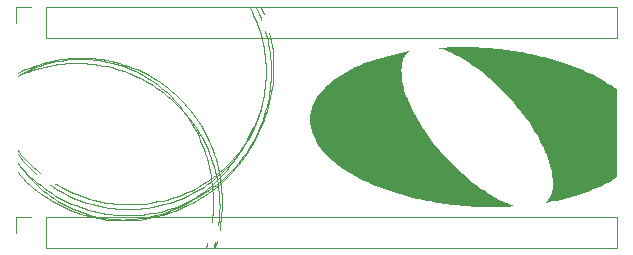
<source format=gbr>
%TF.GenerationSoftware,KiCad,Pcbnew,8.0.4-8.0.4-0~ubuntu24.04.1*%
%TF.CreationDate,2024-07-31T18:59:25-04:00*%
%TF.ProjectId,iceblink,69636562-6c69-46e6-9b2e-6b696361645f,rev?*%
%TF.SameCoordinates,Original*%
%TF.FileFunction,Legend,Bot*%
%TF.FilePolarity,Positive*%
%FSLAX46Y46*%
G04 Gerber Fmt 4.6, Leading zero omitted, Abs format (unit mm)*
G04 Created by KiCad (PCBNEW 8.0.4-8.0.4-0~ubuntu24.04.1) date 2024-07-31 18:59:25*
%MOMM*%
%LPD*%
G01*
G04 APERTURE LIST*
%ADD10C,0.120000*%
%ADD11C,0.116712*%
%ADD12C,0.000000*%
%ADD13C,0.650000*%
%ADD14O,2.100000X1.050000*%
%ADD15O,2.000000X1.000000*%
%ADD16R,1.700000X1.700000*%
%ADD17O,1.700000X1.700000*%
G04 APERTURE END LIST*
D10*
%TO.C,J2*%
X126940000Y-119320000D02*
X126940000Y-120650000D01*
X128270000Y-119320000D02*
X126940000Y-119320000D01*
X129540000Y-119320000D02*
X129540000Y-121980000D01*
X129540000Y-119320000D02*
X177860000Y-119320000D01*
X129540000Y-121980000D02*
X177860000Y-121980000D01*
X177860000Y-119320000D02*
X177860000Y-121980000D01*
%TO.C,J3*%
X126940000Y-101540000D02*
X126940000Y-102870000D01*
X128270000Y-101540000D02*
X126940000Y-101540000D01*
X129540000Y-101540000D02*
X129540000Y-104200000D01*
X129540000Y-101540000D02*
X177860000Y-101540000D01*
X129540000Y-104200000D02*
X177860000Y-104200000D01*
X177860000Y-101540000D02*
X177860000Y-104200000D01*
D11*
%TO.C,svg2mod*%
X127092015Y-107396780D02*
X127227093Y-107334724D01*
X127092142Y-107124468D02*
X127383654Y-106986137D01*
X127092240Y-107368043D02*
X127247876Y-107281375D01*
X127108405Y-114001912D02*
X127091909Y-113979224D01*
X127119651Y-114818230D02*
X127092293Y-114784156D01*
X127191612Y-113810950D02*
X127092151Y-113682444D01*
X127227093Y-107334724D02*
X127578373Y-107186546D01*
X127240108Y-114945503D02*
X127092025Y-114732946D01*
X127247876Y-107281375D02*
X127580050Y-107110114D01*
X127303507Y-115787938D02*
X127092020Y-115548371D01*
X127333152Y-114291457D02*
X127108405Y-114001912D01*
X127367689Y-115108007D02*
X127119651Y-114818230D01*
X127383654Y-106986137D02*
X127743809Y-106828781D01*
X127421503Y-114089479D02*
X127191612Y-113810950D01*
X127464432Y-115246639D02*
X127240108Y-114945503D01*
X127566881Y-114573814D02*
X127333152Y-114291457D01*
X127567748Y-116068389D02*
X127303507Y-115787938D01*
X127578373Y-107186546D02*
X127934084Y-107049525D01*
X127580050Y-107110114D02*
X127916656Y-106950083D01*
X127624680Y-115389792D02*
X127367689Y-115108007D01*
X127660289Y-114361016D02*
X127421503Y-114089479D01*
X127697608Y-115539643D02*
X127464432Y-115246639D01*
X127743809Y-106828781D02*
X128108228Y-106682935D01*
X127809365Y-114848704D02*
X127566881Y-114573814D01*
X127840739Y-116339897D02*
X127567748Y-116068389D01*
X127890360Y-115663304D02*
X127624680Y-115389792D01*
X127907734Y-114625296D02*
X127660289Y-114361016D01*
X127916656Y-106950083D02*
X128257361Y-106801441D01*
X127934084Y-107049525D02*
X128293879Y-106923797D01*
X127939407Y-115824227D02*
X127697608Y-115539643D01*
X128060358Y-115115858D02*
X127809365Y-114848704D01*
X128108228Y-106682935D02*
X128476563Y-106548742D01*
X128122212Y-116602194D02*
X127840739Y-116339897D01*
X128163594Y-114882059D02*
X127907734Y-114625296D01*
X128164473Y-115928273D02*
X127890360Y-115663304D01*
X128189590Y-116100110D02*
X127939407Y-115824227D01*
X128257361Y-106801441D02*
X128601831Y-106664338D01*
X128293879Y-106923797D02*
X128657403Y-106809484D01*
X128319614Y-115375008D02*
X128060358Y-115115858D01*
X128411889Y-116855026D02*
X128122212Y-116602194D01*
X128427616Y-115131048D02*
X128163594Y-114882059D01*
X128446752Y-116184440D02*
X128164473Y-115928273D01*
X128447911Y-116367020D02*
X128189590Y-116100110D01*
X128476563Y-106548742D02*
X128848442Y-106426333D01*
X128586881Y-115625898D02*
X128319614Y-115375008D01*
X128601831Y-106664338D02*
X128949724Y-106538903D01*
X128657403Y-106809484D02*
X129024294Y-106706697D01*
X128699541Y-115372024D02*
X128427616Y-115131048D01*
X128709480Y-117098135D02*
X128411889Y-116855026D01*
X128714114Y-116624692D02*
X128447911Y-116367020D01*
X128736909Y-116431549D02*
X128446752Y-116184440D01*
X128848442Y-106426333D02*
X129223502Y-106315833D01*
X128861892Y-115868286D02*
X128586881Y-115625898D01*
X128949724Y-106538903D02*
X129300697Y-106425264D01*
X128979097Y-115604742D02*
X128699541Y-115372024D01*
X128987934Y-116872873D02*
X128714114Y-116624692D01*
X129014698Y-117331286D02*
X128709480Y-117098135D01*
X129024294Y-106706697D02*
X129394192Y-106615542D01*
X129034663Y-116669358D02*
X128736909Y-116431549D01*
X129144376Y-116101926D02*
X128861892Y-115868286D01*
X129223502Y-106315833D02*
X129601369Y-106217348D01*
X129266014Y-115828977D02*
X128979097Y-115604742D01*
X129269101Y-117111316D02*
X128987934Y-116872873D01*
X129300697Y-106425264D02*
X129654404Y-106323533D01*
X129327237Y-117554251D02*
X129014698Y-117331286D01*
X129339724Y-116897630D02*
X129034663Y-116669358D01*
X129394192Y-106615542D02*
X129766734Y-106536105D01*
X129434056Y-116326594D02*
X129144376Y-116101926D01*
X129557344Y-117339791D02*
X129269101Y-117111316D01*
X129560003Y-116044506D02*
X129266014Y-115828977D01*
X129601369Y-106217348D02*
X129981676Y-106130974D01*
X129646789Y-117766806D02*
X129327237Y-117554251D01*
X129651784Y-117116143D02*
X129339724Y-116897630D01*
X129654404Y-106323533D02*
X130010495Y-106233811D01*
X129730643Y-116542062D02*
X129434056Y-116326594D01*
X129766734Y-106536105D02*
X130141546Y-106468465D01*
X129852371Y-117558069D02*
X129557344Y-117339791D01*
X129860778Y-116251115D02*
X129560003Y-116044506D01*
X129970536Y-117324680D02*
X129651784Y-117116143D01*
X129973042Y-117968745D02*
X129646789Y-117766806D01*
X129981676Y-106130974D02*
X130364043Y-106056797D01*
X130010495Y-106233811D02*
X130368619Y-106156183D01*
X130033848Y-116748122D02*
X129730643Y-116542062D01*
X130141546Y-106468465D02*
X130518265Y-106412690D01*
X130153896Y-117765932D02*
X129852371Y-117558069D01*
X130168038Y-116448601D02*
X129860778Y-116251115D01*
X130295670Y-117523035D02*
X129970536Y-117324680D01*
X130305669Y-118159865D02*
X129973042Y-117968745D01*
X130343365Y-116944568D02*
X130033848Y-116748122D01*
X130364043Y-106056797D02*
X130748097Y-105994893D01*
X130368619Y-106156183D02*
X130728425Y-106090730D01*
X130461618Y-117963181D02*
X130153896Y-117765932D01*
X130481485Y-116636769D02*
X130168038Y-116448601D01*
X130518265Y-106412690D02*
X130896515Y-106368834D01*
X130626861Y-117711012D02*
X130295670Y-117523035D01*
X130644346Y-118339976D02*
X130305669Y-118159865D01*
X130658898Y-117131210D02*
X130343365Y-116944568D01*
X130728425Y-106090730D02*
X131089554Y-106037511D01*
X130748097Y-105994893D02*
X131133455Y-105945320D01*
X130775234Y-118149617D02*
X130461618Y-117963181D01*
X130800804Y-116815437D02*
X130481485Y-116636769D01*
X130896515Y-106368834D02*
X131275924Y-106336944D01*
X130963784Y-117888428D02*
X130626861Y-117711012D01*
X130980129Y-117307860D02*
X130658898Y-117131210D01*
X130988740Y-118508905D02*
X130644346Y-118339976D01*
X131089554Y-106037511D02*
X131451653Y-105996585D01*
X131094437Y-118325055D02*
X130775234Y-118149617D01*
X131125684Y-116984424D02*
X130800804Y-116815437D01*
X131133455Y-105945320D02*
X131519738Y-105908128D01*
X131275924Y-106336944D02*
X131656118Y-106317035D01*
X131306105Y-118055102D02*
X130963784Y-117888428D01*
X131306744Y-117474344D02*
X130980129Y-117307860D01*
X131338504Y-118666486D02*
X130988740Y-118508905D01*
X131418908Y-118489326D02*
X131094437Y-118325055D01*
X131451653Y-105996585D02*
X131814361Y-105967989D01*
X131455806Y-117143565D02*
X131125684Y-116984424D01*
X131519738Y-105908128D02*
X131906565Y-105883360D01*
X131638418Y-117630495D02*
X131306744Y-117474344D01*
X131653488Y-118210877D02*
X131306105Y-118055102D01*
X131656118Y-106317035D02*
X132036721Y-106309140D01*
X131693299Y-118812559D02*
X131338504Y-118666486D01*
X131748329Y-118642264D02*
X131418908Y-118489326D01*
X131790839Y-117292701D02*
X131455806Y-117143565D01*
X131814361Y-105967989D02*
X132177322Y-105951750D01*
X131906565Y-105883360D02*
X132293552Y-105871029D01*
X131974827Y-117776167D02*
X131638418Y-117630495D01*
X132005589Y-118355592D02*
X131653488Y-118210877D01*
X132036721Y-106309140D02*
X132417355Y-106313285D01*
X132052775Y-118946982D02*
X131693299Y-118812559D01*
X132082375Y-118783722D02*
X131748329Y-118642264D01*
X132130456Y-117431689D02*
X131790839Y-117292701D01*
X132177322Y-105951750D02*
X132540181Y-105947894D01*
X132293552Y-105871029D02*
X132680321Y-105871137D01*
X132315635Y-117911211D02*
X131974827Y-117776167D01*
X132362063Y-118489110D02*
X132005589Y-118355592D01*
X132416571Y-119069620D02*
X132052775Y-118946982D01*
X132417355Y-106313285D02*
X132797652Y-106329445D01*
X132420716Y-118913555D02*
X132082375Y-118783722D01*
X132474319Y-117560387D02*
X132130456Y-117431689D01*
X132540181Y-105947894D02*
X132902575Y-105956423D01*
X132660509Y-118035494D02*
X132315635Y-117911211D01*
X132680321Y-105871137D02*
X133066487Y-105883706D01*
X132722553Y-118611296D02*
X132362063Y-118489110D01*
X132763019Y-119031642D02*
X132420716Y-118913555D01*
X132784336Y-119180355D02*
X132416571Y-119069620D01*
X132797652Y-106329445D02*
X133177227Y-106357604D01*
X132822089Y-117678672D02*
X132474319Y-117560387D01*
X132902575Y-105956423D02*
X133264148Y-105977310D01*
X133009109Y-118148893D02*
X132660509Y-118035494D01*
X133066487Y-105883706D02*
X133451674Y-105908712D01*
X133086708Y-118722031D02*
X132722553Y-118611296D01*
X133108946Y-119137859D02*
X132763019Y-119031642D01*
X133155702Y-119279078D02*
X132784336Y-119180355D01*
X133173428Y-117786425D02*
X132822089Y-117678672D01*
X133177227Y-106357604D02*
X133555715Y-106397737D01*
X133264148Y-105977310D02*
X133624543Y-106010546D01*
X133361086Y-118251295D02*
X133009109Y-118148893D01*
X133451674Y-105908712D02*
X133835495Y-105946146D01*
X133454166Y-118821204D02*
X133086708Y-118722031D01*
X133458154Y-119232106D02*
X133108946Y-119137859D01*
X133527982Y-117883541D02*
X133173428Y-117786425D01*
X133530303Y-119365690D02*
X133155702Y-119279078D01*
X133555715Y-106397737D02*
X133932735Y-106449802D01*
X133624543Y-106010546D02*
X133983406Y-106056094D01*
X133716100Y-118342601D02*
X133361086Y-118251295D01*
X133810300Y-119314289D02*
X133458154Y-119232106D01*
X133824566Y-118908721D02*
X133454166Y-118821204D01*
X133835495Y-105946146D02*
X134217574Y-105995962D01*
X133885406Y-117969922D02*
X133527982Y-117883541D01*
X133907771Y-119440104D02*
X133530303Y-119365690D01*
X133932735Y-106449802D02*
X134307919Y-106513753D01*
X133983406Y-106056094D02*
X134340382Y-106113919D01*
X134073793Y-118422724D02*
X133716100Y-118342601D01*
X134165033Y-119384326D02*
X133810300Y-119314289D01*
X134197541Y-118984490D02*
X133824566Y-118908721D01*
X134217574Y-105995962D02*
X134597536Y-106058107D01*
X134245347Y-118045486D02*
X133885406Y-117969922D01*
X134287730Y-119502251D02*
X133907771Y-119440104D01*
X134307919Y-106513753D02*
X134680894Y-106589522D01*
X134340382Y-106113919D02*
X134695115Y-106183956D01*
X134433819Y-118491578D02*
X134073793Y-118422724D01*
X134522009Y-119442148D02*
X134165033Y-119384326D01*
X134572725Y-119048438D02*
X134197541Y-118984490D01*
X134597536Y-106058107D02*
X134975004Y-106132524D01*
X134607445Y-118110154D02*
X134245347Y-118045486D01*
X134669811Y-119552067D02*
X134287730Y-119502251D01*
X134680894Y-106589522D02*
X135051294Y-106677036D01*
X134695115Y-106183956D02*
X135047262Y-106266136D01*
X134795817Y-118549099D02*
X134433819Y-118491578D01*
X134880873Y-119487700D02*
X134522009Y-119442148D01*
X134949745Y-119100506D02*
X134572725Y-119048438D01*
X134971350Y-118163868D02*
X134607445Y-118110154D01*
X134975004Y-106132524D02*
X135349605Y-106219138D01*
X135047262Y-106266136D02*
X135396469Y-106360384D01*
X135051294Y-106677036D02*
X135418752Y-106776211D01*
X135053633Y-119589502D02*
X134669811Y-119552067D01*
X135159433Y-118595232D02*
X134795817Y-118549099D01*
X135241268Y-119520933D02*
X134880873Y-119487700D01*
X135328230Y-119140639D02*
X134949745Y-119100506D01*
X135336696Y-118206570D02*
X134971350Y-118163868D01*
X135349605Y-106219138D02*
X135720971Y-106317861D01*
X135396469Y-106360384D02*
X135742396Y-106466604D01*
X135418752Y-106776211D02*
X135782905Y-106886946D01*
X135438817Y-119614507D02*
X135053633Y-119589502D01*
X135524309Y-118629928D02*
X135159433Y-118595232D01*
X135602840Y-119541819D02*
X135241268Y-119520933D01*
X135703127Y-118238219D02*
X135336696Y-118206570D01*
X135707808Y-119168797D02*
X135328230Y-119140639D01*
X135720971Y-106317861D02*
X136088736Y-106428596D01*
X135742396Y-106466604D02*
X136084699Y-106584687D01*
X135782905Y-106886946D02*
X136143397Y-107009130D01*
X135824986Y-119627076D02*
X135438817Y-119614507D01*
X135890080Y-118653164D02*
X135524309Y-118629928D01*
X135965234Y-119550348D02*
X135602840Y-119541819D01*
X136070279Y-118258789D02*
X135703127Y-118238219D01*
X136084699Y-106584687D02*
X136423038Y-106714521D01*
X136088102Y-119184957D02*
X135707808Y-119168797D01*
X136088736Y-106428596D02*
X136452532Y-106551232D01*
X136143397Y-107009130D02*
X136499869Y-107142650D01*
X136211755Y-119627195D02*
X135824986Y-119627076D01*
X136256393Y-118664888D02*
X135890080Y-118653164D01*
X136328093Y-119546493D02*
X135965234Y-119550348D01*
X136423038Y-106714521D02*
X136757086Y-106855978D01*
X136437790Y-118268268D02*
X136070279Y-118258789D01*
X136452532Y-106551232D02*
X136812008Y-106685658D01*
X136468740Y-119189103D02*
X136088102Y-119184957D01*
X136499869Y-107142650D02*
X136851970Y-107287366D01*
X136598742Y-119614864D02*
X136211755Y-119627195D01*
X136622877Y-118665118D02*
X136256393Y-118664888D01*
X136691054Y-119530254D02*
X136328093Y-119546493D01*
X136757086Y-106855978D02*
X137086508Y-107008917D01*
X136805301Y-118266684D02*
X136437790Y-118268268D01*
X136812008Y-106685658D02*
X137166803Y-106831731D01*
X136849342Y-119181208D02*
X136468740Y-119189103D01*
X136851970Y-107287366D02*
X137199352Y-107443138D01*
X136985569Y-119590096D02*
X136598742Y-119614864D01*
X136989178Y-118653843D02*
X136622877Y-118665118D01*
X137053763Y-119501657D02*
X136691054Y-119530254D01*
X137086508Y-107008917D02*
X137410978Y-107173188D01*
X137166803Y-106831731D02*
X137516567Y-106989308D01*
X137172443Y-118253930D02*
X136805301Y-118266684D01*
X137199352Y-107443138D02*
X137541673Y-107609814D01*
X137229536Y-119161298D02*
X136849342Y-119181208D01*
X137354931Y-118631082D02*
X136989178Y-118653843D01*
X137371851Y-119552904D02*
X136985569Y-119590096D01*
X137410978Y-107173188D02*
X137730182Y-107348629D01*
X137415861Y-119460729D02*
X137053763Y-119501657D01*
X137516567Y-106989308D02*
X137860961Y-107158240D01*
X137538858Y-118230060D02*
X137172443Y-118253930D01*
X137541673Y-107609814D02*
X137878597Y-107787230D01*
X137608945Y-119129406D02*
X137229536Y-119161298D01*
X137719775Y-118596840D02*
X137354931Y-118631082D01*
X137730182Y-107348629D02*
X138043797Y-107535064D01*
X137757210Y-119503331D02*
X137371851Y-119552904D01*
X137776990Y-119407513D02*
X137415861Y-119460729D01*
X137860961Y-107158240D02*
X138199638Y-107338354D01*
X137878597Y-107787230D02*
X138209788Y-107975205D01*
X137904183Y-118195123D02*
X137538858Y-118230060D01*
X137987193Y-119085550D02*
X137608945Y-119129406D01*
X138043797Y-107535064D02*
X138351520Y-107732310D01*
X138083352Y-118551159D02*
X137719775Y-118596840D01*
X138136796Y-119342060D02*
X137776990Y-119407513D01*
X138141261Y-119441427D02*
X137757210Y-119503331D01*
X138199638Y-107338354D02*
X138532265Y-107529472D01*
X138209788Y-107975205D02*
X138534921Y-108173560D01*
X138268056Y-118149144D02*
X137904183Y-118195123D01*
X138351520Y-107732310D02*
X138653044Y-107940176D01*
X138363911Y-119029777D02*
X137987193Y-119085550D01*
X138445303Y-118494090D02*
X138083352Y-118551159D01*
X138494920Y-119264431D02*
X138136796Y-119342060D01*
X138523631Y-119367250D02*
X138141261Y-119441427D01*
X138532265Y-107529472D02*
X138858516Y-107731410D01*
X138534921Y-108173560D02*
X138853676Y-108382097D01*
X138630122Y-118092172D02*
X138268056Y-118149144D01*
X138653044Y-107940176D02*
X138948071Y-108158451D01*
X138738726Y-118962138D02*
X138363911Y-119029777D01*
X138805267Y-118425682D02*
X138445303Y-118494090D01*
X138851011Y-119174710D02*
X138494920Y-119264431D01*
X138853676Y-108382097D02*
X139165736Y-108600612D01*
X138858516Y-107731410D02*
X139178070Y-107943965D01*
X138903935Y-119280876D02*
X138523631Y-119367250D01*
X138948071Y-108158451D02*
X139236314Y-108386927D01*
X138990021Y-118024259D02*
X138630122Y-118092172D01*
X139111265Y-118882701D02*
X138738726Y-118962138D01*
X139162890Y-118346005D02*
X138805267Y-118425682D01*
X139165736Y-108600612D02*
X139470794Y-108828884D01*
X139178070Y-107943965D02*
X139490608Y-108166930D01*
X139204718Y-119072976D02*
X138851011Y-119174710D01*
X139236314Y-108386927D02*
X139517481Y-108625372D01*
X139281805Y-119182391D02*
X138903935Y-119280876D01*
X139347395Y-117945474D02*
X138990021Y-118024259D01*
X139470794Y-108828884D02*
X139768548Y-109066694D01*
X139481163Y-118791543D02*
X139111265Y-118882701D01*
X139490608Y-108166930D02*
X139795827Y-108400082D01*
X139517481Y-108625372D02*
X139791302Y-108873554D01*
X139517824Y-118255139D02*
X139162890Y-118346005D01*
X139555692Y-118959339D02*
X139204718Y-119072976D01*
X139656865Y-119071888D02*
X139281805Y-119182391D01*
X139701897Y-117855895D02*
X139347395Y-117945474D01*
X139768548Y-109066694D02*
X140058708Y-109313803D01*
X139791302Y-108873554D02*
X140057504Y-109131225D01*
X139795827Y-108400082D02*
X140093418Y-108643193D01*
X139848057Y-118688758D02*
X139481163Y-118791543D01*
X139869714Y-118153173D02*
X139517824Y-118255139D01*
X139903584Y-118833904D02*
X139555692Y-118959339D01*
X140028744Y-118949482D02*
X139656865Y-119071888D01*
X140053174Y-117755608D02*
X139701897Y-117855895D01*
X140057504Y-109131225D02*
X140315825Y-109398136D01*
X140058708Y-109313803D02*
X140340984Y-109569969D01*
X140093418Y-108643193D02*
X140383095Y-108896022D01*
X140211578Y-118574443D02*
X139848057Y-118688758D01*
X140218214Y-118040210D02*
X139869714Y-118153173D01*
X140248054Y-118696801D02*
X139903584Y-118833904D01*
X140315825Y-109398136D02*
X140566008Y-109674018D01*
X140340984Y-109569969D02*
X140615098Y-109834936D01*
X140383095Y-108896022D02*
X140664568Y-109158319D01*
X140397076Y-118815289D02*
X140028744Y-118949482D01*
X140400881Y-117644715D02*
X140053174Y-117755608D01*
X140562980Y-117916354D02*
X140218214Y-118040210D01*
X140566008Y-109674018D02*
X140807807Y-109958602D01*
X140571374Y-118448712D02*
X140211578Y-118574443D01*
X140588759Y-118548159D02*
X140248054Y-118696801D01*
X140615098Y-109834936D02*
X140880781Y-110108451D01*
X140664568Y-109158319D02*
X140937559Y-109429827D01*
X140744673Y-117523323D02*
X140400881Y-117644715D01*
X140761498Y-118669443D02*
X140397076Y-118815289D01*
X140807807Y-109958602D02*
X141040983Y-110251609D01*
X140880781Y-110108451D02*
X141137768Y-110390235D01*
X140903671Y-117781736D02*
X140562980Y-117916354D01*
X140925365Y-118388129D02*
X140588759Y-118548159D01*
X140927087Y-118311694D02*
X140571374Y-118448712D01*
X140937559Y-109429827D02*
X141201800Y-109710278D01*
X141040983Y-110251609D02*
X141265307Y-110552743D01*
X141084211Y-117391556D02*
X140744673Y-117523323D01*
X141121650Y-118512087D02*
X140761498Y-118669443D01*
X141137768Y-110390235D02*
X141385807Y-110680012D01*
X141201800Y-109710278D02*
X141457029Y-109999392D01*
X141239953Y-117636484D02*
X140903671Y-117781736D01*
X141257539Y-118216868D02*
X140925365Y-118388129D01*
X141265307Y-110552743D02*
X141480559Y-110861714D01*
X141278364Y-118163516D02*
X140927087Y-118311694D01*
X141385807Y-110680012D02*
X141624657Y-110977500D01*
X141419159Y-117249536D02*
X141084211Y-117391556D01*
X141457029Y-109999392D02*
X141702995Y-110296888D01*
X141477176Y-118343380D02*
X141121650Y-118512087D01*
X141480559Y-110861714D02*
X141686524Y-111178210D01*
X141571490Y-117480742D02*
X141239953Y-117636484D01*
X141584954Y-118034543D02*
X141257539Y-118216868D01*
X141624657Y-110977500D02*
X141854074Y-111282402D01*
X141624865Y-118004331D02*
X141278364Y-118163516D01*
X141686524Y-111178210D02*
X141882999Y-111501926D01*
X141702995Y-110296888D02*
X141939455Y-110602471D01*
X141749191Y-117097414D02*
X141419159Y-117249536D01*
X141827727Y-118163482D02*
X141477176Y-118343380D01*
X141854074Y-111282402D02*
X142073839Y-111594418D01*
X141882999Y-111501926D02*
X142069791Y-111832539D01*
X141897960Y-117314664D02*
X141571490Y-117480742D01*
X141907286Y-117841337D02*
X141584954Y-118034543D01*
X141939455Y-110602471D02*
X142166177Y-110915839D01*
X141966241Y-117834290D02*
X141624865Y-118004331D01*
X142069791Y-111832539D02*
X142246715Y-112169724D01*
X142073839Y-111594418D02*
X142283730Y-111913241D01*
X142073976Y-116935332D02*
X141749191Y-117097414D01*
X142166177Y-110915839D02*
X142382937Y-111236682D01*
X142172953Y-117972576D02*
X141827727Y-118163482D01*
X142219035Y-117138416D02*
X141897960Y-117314664D01*
X142224216Y-117637437D02*
X141907286Y-117841337D01*
X142246715Y-112169724D02*
X142413596Y-112513146D01*
X142283730Y-111913241D02*
X142483545Y-112238554D01*
X142302158Y-117653566D02*
X141966241Y-117834290D01*
X142382937Y-111236682D02*
X142589517Y-111564683D01*
X142393195Y-116763450D02*
X142073976Y-116935332D01*
X142413596Y-112513146D02*
X142570270Y-112862466D01*
X142483545Y-112238554D02*
X142673081Y-112570035D01*
X142512517Y-117770849D02*
X142172953Y-117972576D01*
X142534407Y-116952152D02*
X142219035Y-117138400D01*
X142535434Y-117423049D02*
X142224216Y-117637437D01*
X142570270Y-112862466D02*
X142716583Y-113217345D01*
X142589517Y-111564683D02*
X142785717Y-111899521D01*
X142632285Y-117462337D02*
X142302158Y-117653566D01*
X142673081Y-112570035D02*
X142852158Y-112907363D01*
X142706536Y-116581942D02*
X142393195Y-116763450D01*
X142716583Y-113217345D02*
X142852390Y-113577424D01*
X142785717Y-111899521D02*
X142971345Y-112240862D01*
X142840629Y-117198379D02*
X142535434Y-117423049D01*
X142843753Y-116756091D02*
X142534407Y-116952152D01*
X142846084Y-117558499D02*
X142512517Y-117770849D01*
X142852158Y-112907363D02*
X143020590Y-113250199D01*
X142852390Y-113577424D02*
X142977558Y-113942352D01*
X142956297Y-117260787D02*
X142632285Y-117462337D01*
X142971345Y-112240862D02*
X143146212Y-112588371D01*
X142977558Y-113942352D02*
X143091961Y-114311773D01*
X143013685Y-116390985D02*
X142706536Y-116581942D01*
X143020590Y-113250199D02*
X143178221Y-113598207D01*
X143091961Y-114311773D02*
X143195487Y-114685315D01*
X143136115Y-121681917D02*
X143073094Y-121899465D01*
X143139503Y-116963656D02*
X142840629Y-117198379D01*
X143146212Y-112588371D02*
X143310151Y-112941705D01*
X143146777Y-116550406D02*
X142843753Y-116756091D01*
X143173323Y-117335738D02*
X142846084Y-117558499D01*
X143178221Y-113598207D02*
X143324888Y-113951045D01*
X143195487Y-114685315D02*
X143288037Y-115062609D01*
X143235113Y-121299313D02*
X143136115Y-121681917D01*
X143273870Y-117049119D02*
X142956297Y-117260787D01*
X143288037Y-115062609D02*
X143369512Y-115443291D01*
X143310151Y-112941705D02*
X143462999Y-113300516D01*
X143314342Y-116190769D02*
X143013685Y-116390985D01*
X143323095Y-120913941D02*
X143235113Y-121299313D01*
X143324888Y-113951045D02*
X143460449Y-114308361D01*
X143369512Y-115443291D02*
X143439842Y-115826981D01*
X143399973Y-120526174D02*
X143323095Y-120913941D01*
X143431760Y-116719106D02*
X143139503Y-116963656D01*
X143439842Y-115826981D02*
X143498950Y-116213298D01*
X143443177Y-116335308D02*
X143146777Y-116550406D01*
X143460449Y-114308361D02*
X143584769Y-114669807D01*
X143462999Y-113300516D02*
X143604602Y-113664447D01*
X143465669Y-120136401D02*
X143399973Y-120526174D01*
X143493912Y-117102782D02*
X143173323Y-117335738D01*
X143498950Y-116213298D02*
X143546778Y-116601867D01*
X143520122Y-119745001D02*
X143465669Y-120136401D01*
X143546778Y-116601867D02*
X143583283Y-116992295D01*
X143563275Y-119352366D02*
X143520122Y-119745001D01*
X143583283Y-116992295D02*
X143608420Y-117384205D01*
X143584695Y-116827543D02*
X143273870Y-117049119D01*
X143584769Y-114669807D02*
X143697727Y-115035024D01*
X143595086Y-118958877D02*
X143563275Y-119352366D01*
X143604602Y-113664447D02*
X143734824Y-114033144D01*
X143608209Y-115981488D02*
X143314342Y-116190769D01*
X143608420Y-117384205D02*
X143622177Y-117777207D01*
X143615523Y-118564929D02*
X143595086Y-118958877D01*
X143622177Y-117777207D02*
X143624554Y-118170907D01*
X143624554Y-118170907D02*
X143615523Y-118564929D01*
X143697727Y-115035024D02*
X143799210Y-115403649D01*
X143716789Y-121832194D02*
X143696500Y-121899213D01*
X143717111Y-116464970D02*
X143431760Y-116719106D01*
X143732661Y-116111002D02*
X143443177Y-116335308D01*
X143734824Y-114033144D02*
X143853533Y-114406240D01*
X143799210Y-115403649D02*
X143889119Y-115775322D01*
X143807533Y-116859855D02*
X143493912Y-117102774D01*
X143816199Y-121462581D02*
X143716789Y-121832194D01*
X143836436Y-121825011D02*
X143812914Y-121899349D01*
X143853533Y-114406240D02*
X143960616Y-114783367D01*
X143888465Y-116596274D02*
X143584695Y-116827543D01*
X143889119Y-115775322D02*
X143967366Y-116149675D01*
X143894997Y-115763350D02*
X143608209Y-115981488D01*
X143904020Y-121090031D02*
X143816199Y-121462581D01*
X143945288Y-121441005D02*
X143836436Y-121825011D01*
X143960616Y-114783367D02*
X144055965Y-115164153D01*
X143967366Y-116149675D02*
X144033872Y-116526338D01*
X143980164Y-120714921D02*
X143904020Y-121090031D01*
X143995276Y-116201500D02*
X143717111Y-116464970D01*
X144014942Y-115877710D02*
X143732661Y-116111002D01*
X144033872Y-116526338D02*
X144088570Y-116904939D01*
X144042419Y-121054086D02*
X143945288Y-121441005D01*
X144044553Y-120337613D02*
X143980164Y-120714921D01*
X144055965Y-115164153D02*
X144139487Y-115548222D01*
X144088570Y-116904939D02*
X144131410Y-117285106D01*
X144097125Y-119958484D02*
X144044553Y-120337613D01*
X144113877Y-116607214D02*
X143807533Y-116859855D01*
X144127737Y-120664637D02*
X144042419Y-121054086D01*
X144131410Y-117285106D02*
X144162349Y-117666464D01*
X144137832Y-119577905D02*
X144097125Y-119958484D01*
X144139487Y-115548222D02*
X144211095Y-115935194D01*
X144162349Y-117666464D02*
X144181360Y-118048633D01*
X144166626Y-119196253D02*
X144137832Y-119577905D01*
X144174421Y-115536572D02*
X143894997Y-115763350D01*
X144181360Y-118048633D02*
X144188410Y-118431240D01*
X144183499Y-118813908D02*
X144166626Y-119196253D01*
X144184877Y-116355545D02*
X143888465Y-116596274D01*
X144188410Y-118431240D02*
X144183499Y-118813908D01*
X144201156Y-120273042D02*
X144127737Y-120664637D01*
X144211095Y-115935194D02*
X144270726Y-116324690D01*
X144262603Y-119879691D02*
X144201156Y-120273042D01*
X144265981Y-115928960D02*
X143995276Y-116201500D01*
X144270726Y-116324690D02*
X144318313Y-116716322D01*
X144289740Y-115635665D02*
X144014942Y-115877710D01*
X144312021Y-119484967D02*
X144262603Y-119879691D01*
X144318313Y-116716322D02*
X144353817Y-117109705D01*
X144349355Y-119089263D02*
X144312021Y-119484967D01*
X144353817Y-117109705D02*
X144377186Y-117504451D01*
X144374572Y-118692967D02*
X144349355Y-119089263D01*
X144377186Y-117504451D02*
X144388434Y-117900168D01*
X144387642Y-118296471D02*
X144374572Y-118692967D01*
X144388434Y-117900168D02*
X144387642Y-118296471D01*
X144412642Y-116345099D02*
X144113877Y-116607214D01*
X144446211Y-115301377D02*
X144174421Y-115536572D01*
X144473641Y-116105586D02*
X144184877Y-116355545D01*
X144528954Y-115647611D02*
X144265981Y-115928960D01*
X144556788Y-115385108D02*
X144289740Y-115635665D01*
X144703537Y-116073768D02*
X144412642Y-116345099D01*
X144710090Y-115057996D02*
X144446211Y-115301377D01*
X144754472Y-115846650D02*
X144473641Y-116105586D01*
X144783940Y-115357739D02*
X144528954Y-115647611D01*
X144815819Y-115126280D02*
X144556788Y-115385108D01*
X144965802Y-114806673D02*
X144710090Y-115057996D01*
X144986269Y-115793489D02*
X144703537Y-116073768D01*
X145027089Y-115578992D02*
X144754472Y-115846650D01*
X145030688Y-115059623D02*
X144783940Y-115357739D01*
X145066580Y-114859441D02*
X144815819Y-115126280D01*
X145213097Y-114547649D02*
X144965802Y-114806673D01*
X145260562Y-115504540D02*
X144986269Y-115793489D01*
X145268951Y-114753564D02*
X145030688Y-115059623D01*
X145291229Y-115302874D02*
X145027089Y-115578992D01*
X145308823Y-114584851D02*
X145066580Y-114859441D01*
X145451730Y-114281185D02*
X145213097Y-114547649D01*
X145498496Y-114439856D02*
X145268951Y-114753564D01*
X145526145Y-115207206D02*
X145260562Y-115504540D01*
X145542307Y-114302784D02*
X145308823Y-114584851D01*
X145546627Y-115018568D02*
X145291229Y-115302874D01*
X145681462Y-114007541D02*
X145451730Y-114281185D01*
X145719095Y-114118818D02*
X145498496Y-114439856D01*
X145766803Y-114013519D02*
X145542307Y-114302784D01*
X145782757Y-114901781D02*
X145526145Y-115207206D01*
X145793034Y-114726356D02*
X145546627Y-115018568D01*
X145902066Y-113726990D02*
X145681462Y-114007541D01*
X145930531Y-113790758D02*
X145719095Y-114118818D01*
X145982089Y-113717339D02*
X145766803Y-114013519D01*
X146030141Y-114588561D02*
X145782757Y-114901781D01*
X146030207Y-114426529D02*
X145793034Y-114726356D01*
X146113330Y-113439811D02*
X145902066Y-113726990D01*
X146132598Y-113456005D02*
X145930531Y-113790758D01*
X146187951Y-113414536D02*
X145982089Y-113717339D01*
X146257906Y-114119377D02*
X146030207Y-114426529D01*
X146268056Y-114267864D02*
X146030141Y-114588561D01*
X146315041Y-113146279D02*
X146113330Y-113439811D01*
X146325091Y-113114888D02*
X146132598Y-113456005D01*
X146384191Y-113105409D02*
X146187951Y-113414536D01*
X146475914Y-113805210D02*
X146257906Y-114119377D01*
X146496267Y-113940000D02*
X146268056Y-114267864D01*
X146507001Y-112846689D02*
X146315041Y-113146279D01*
X146507825Y-112767743D02*
X146325091Y-113114888D01*
X146570611Y-112790264D02*
X146384191Y-113105409D01*
X146680620Y-112414913D02*
X146507825Y-112767743D01*
X146684010Y-113484330D02*
X146475914Y-113805210D01*
X146689022Y-112541338D02*
X146507001Y-112846689D01*
X146714550Y-113605292D02*
X146496267Y-113940000D01*
X146747026Y-112469416D02*
X146570611Y-112790264D01*
X146774157Y-101620630D02*
X146908820Y-101884623D01*
X146843299Y-112056747D02*
X146680620Y-112414913D01*
X146860922Y-112230527D02*
X146689022Y-112541338D01*
X146881993Y-113157060D02*
X146684010Y-113484330D01*
X146908820Y-101884623D02*
X147065006Y-102216125D01*
X146913264Y-112143174D02*
X146747026Y-112469416D01*
X146922686Y-113264075D02*
X146714550Y-113605292D01*
X146995709Y-111693598D02*
X146843299Y-112056747D01*
X147022534Y-111914558D02*
X146860922Y-112230527D01*
X147065006Y-102216125D02*
X147210702Y-102552357D01*
X147069163Y-111811864D02*
X146913264Y-112143174D01*
X147069664Y-112823722D02*
X146881993Y-113157060D01*
X147120470Y-112916681D02*
X146922686Y-113264075D01*
X147173695Y-111593750D02*
X147022534Y-111914558D01*
X147210702Y-102552357D02*
X147345764Y-102892985D01*
X147214565Y-111475814D02*
X147069163Y-111811864D01*
X147246842Y-112484644D02*
X147069664Y-112823722D01*
X147307711Y-112563458D02*
X147120470Y-112916681D01*
X147312496Y-101620685D02*
X147384247Y-101766729D01*
X147314257Y-111268413D02*
X147173695Y-111593750D01*
X147345764Y-102892985D02*
X147470058Y-103237674D01*
X147349328Y-111135352D02*
X147214565Y-111475814D01*
X147384247Y-101766729D02*
X147541877Y-102114738D01*
X147413348Y-112140158D02*
X147246842Y-112484644D01*
X147444086Y-110938869D02*
X147314257Y-111268413D01*
X147470058Y-103237674D02*
X147583460Y-103586084D01*
X147473321Y-110790819D02*
X147349328Y-111135352D01*
X147484221Y-112204750D02*
X147307711Y-112563458D01*
X147541877Y-102114738D02*
X147688544Y-102467575D01*
X147563046Y-110605450D02*
X147444086Y-110938869D01*
X147569016Y-111790610D02*
X147413348Y-112140158D01*
X147583460Y-103586084D02*
X147685859Y-103937868D01*
X147586420Y-110442552D02*
X147473321Y-110790819D01*
X147649826Y-111840915D02*
X147484221Y-112204750D01*
X147671024Y-110268479D02*
X147563046Y-110605450D01*
X147685859Y-103937868D02*
X147777154Y-104292684D01*
X147688512Y-110090891D02*
X147586420Y-110442552D01*
X147688544Y-102467575D02*
X147824105Y-102824892D01*
X147742952Y-101620535D02*
X147826656Y-101817031D01*
X147777154Y-104292684D02*
X147857259Y-104650177D01*
X147779499Y-109736192D02*
X147688512Y-110090891D01*
X147804362Y-111472308D02*
X147649826Y-111840915D01*
X147824105Y-102824892D02*
X147948425Y-103186338D01*
X147826656Y-101817031D02*
X147968258Y-102180961D01*
X147847252Y-111077699D02*
X147569016Y-111790610D01*
X147857259Y-104650177D02*
X147926087Y-105009999D01*
X147859290Y-109378796D02*
X147779499Y-109736192D01*
X147926087Y-105009999D02*
X147983576Y-105371788D01*
X147927806Y-109019062D02*
X147859290Y-109378796D01*
X147947678Y-111099296D02*
X147804362Y-111472308D01*
X147948425Y-103186338D02*
X148061384Y-103551554D01*
X147968258Y-102180961D02*
X148098480Y-102549658D01*
X147969539Y-110715041D02*
X147847252Y-111077699D01*
X147983576Y-105371788D02*
X148029666Y-105735196D01*
X147984981Y-108657341D02*
X147927806Y-109019062D01*
X148029666Y-105735196D02*
X148064315Y-106099856D01*
X148030754Y-108293991D02*
X147984981Y-108657341D01*
X148061384Y-103551554D02*
X148162866Y-103920180D01*
X148064315Y-106099856D02*
X148087498Y-106465413D01*
X148065083Y-107929374D02*
X148030754Y-108293991D01*
X148079632Y-110722245D02*
X147947678Y-111099296D01*
X148080446Y-110348724D02*
X147969539Y-110715041D01*
X148087498Y-106465413D02*
X148099169Y-106831503D01*
X148087923Y-107563846D02*
X148065083Y-107929374D01*
X148098480Y-102549658D02*
X148217190Y-102922754D01*
X148099169Y-106831503D02*
X148099278Y-107197768D01*
X148099278Y-107197768D02*
X148087923Y-107563846D01*
X148162866Y-103920180D02*
X148252776Y-104291852D01*
X148179855Y-109979111D02*
X148080446Y-110348724D01*
X148200092Y-110341526D02*
X148079632Y-110722245D01*
X148217190Y-102922754D02*
X148324273Y-103299882D01*
X148252776Y-104291852D02*
X148331022Y-104666205D01*
X148267676Y-109606561D02*
X148179855Y-109979111D01*
X148308945Y-109957519D02*
X148200092Y-110341526D01*
X148324273Y-103299882D02*
X148419621Y-103680667D01*
X148331022Y-104666205D02*
X148397528Y-105042868D01*
X148343820Y-109231451D02*
X148267676Y-109606561D01*
X148397528Y-105042868D02*
X148452226Y-105421469D01*
X148406076Y-109570600D02*
X148308945Y-109957519D01*
X148408209Y-108854143D02*
X148343820Y-109231451D01*
X148419621Y-103680667D02*
X148503143Y-104064737D01*
X148452226Y-105421469D02*
X148495066Y-105801637D01*
X148460782Y-108475014D02*
X148408209Y-108854143D01*
X148491393Y-109181152D02*
X148406076Y-109570600D01*
X148495066Y-105801637D02*
X148526005Y-106182995D01*
X148501488Y-108094435D02*
X148460782Y-108475014D01*
X148503143Y-104064737D02*
X148574751Y-104451709D01*
X148526005Y-106182995D02*
X148545017Y-106565163D01*
X148530283Y-107712784D02*
X148501488Y-108094435D01*
X148545017Y-106565163D02*
X148552067Y-106947770D01*
X148547155Y-107330438D02*
X148530283Y-107712784D01*
X148552067Y-106947770D02*
X148547155Y-107330438D01*
X148564812Y-108789556D02*
X148491393Y-109181152D01*
X148574751Y-104451709D02*
X148634382Y-104841205D01*
X148626260Y-108396205D02*
X148564812Y-108789556D01*
X148634382Y-104841205D02*
X148681969Y-105232837D01*
X148675677Y-108001481D02*
X148626260Y-108396205D01*
X148681969Y-105232837D02*
X148717473Y-105626220D01*
X148713011Y-107605777D02*
X148675677Y-108001481D01*
X148717473Y-105626220D02*
X148740842Y-106020965D01*
X148738228Y-107209482D02*
X148713011Y-107605777D01*
X148740842Y-106020965D02*
X148752091Y-106416682D01*
X148751298Y-106812986D02*
X148738228Y-107209482D01*
X148752091Y-106416682D02*
X148751298Y-106812986D01*
D12*
G36*
X165096608Y-104954500D02*
G01*
X165398100Y-104960101D01*
X165699185Y-104968786D01*
X165999768Y-104980531D01*
X166299753Y-104995313D01*
X166599048Y-105013107D01*
X166897557Y-105033889D01*
X167195186Y-105057635D01*
X167491840Y-105084322D01*
X167787425Y-105113924D01*
X168081847Y-105146419D01*
X168375010Y-105181782D01*
X168666821Y-105219988D01*
X168957185Y-105261015D01*
X169246008Y-105304838D01*
X169533194Y-105351432D01*
X169818651Y-105400774D01*
X170102282Y-105452841D01*
X170383994Y-105507607D01*
X170663692Y-105565048D01*
X170941282Y-105625142D01*
X171216669Y-105687863D01*
X171489759Y-105753187D01*
X171760457Y-105821092D01*
X172028669Y-105891551D01*
X172294301Y-105964543D01*
X172557257Y-106040042D01*
X172817443Y-106118024D01*
X173074766Y-106198465D01*
X173329129Y-106281343D01*
X173580440Y-106366631D01*
X173828603Y-106454307D01*
X174073525Y-106544346D01*
X174315109Y-106636724D01*
X174553263Y-106731417D01*
X174787892Y-106828402D01*
X175018900Y-106927653D01*
X175246194Y-107029148D01*
X175469680Y-107132862D01*
X175689262Y-107238771D01*
X175904846Y-107346850D01*
X176116338Y-107457077D01*
X176323643Y-107569427D01*
X176526667Y-107683875D01*
X176725315Y-107800398D01*
X176919493Y-107918972D01*
X177109107Y-108039573D01*
X177294061Y-108162176D01*
X177474262Y-108286759D01*
X177649615Y-108413295D01*
X177820025Y-108541763D01*
X177805541Y-115965969D01*
X177615064Y-116091825D01*
X177417708Y-116215274D01*
X177213535Y-116336250D01*
X177002610Y-116454686D01*
X176784994Y-116570519D01*
X176560753Y-116683682D01*
X176329948Y-116794109D01*
X176092644Y-116901735D01*
X175848903Y-117006496D01*
X175598789Y-117108324D01*
X175342365Y-117207155D01*
X175079695Y-117302922D01*
X174810841Y-117395562D01*
X174535868Y-117485007D01*
X174254838Y-117571193D01*
X173967815Y-117654054D01*
X173674861Y-117733525D01*
X173376041Y-117809539D01*
X173071417Y-117882032D01*
X172761054Y-117950938D01*
X172445013Y-118016191D01*
X172123359Y-118077726D01*
X171796155Y-118135478D01*
X171910141Y-118023607D01*
X172012587Y-117900391D01*
X172103501Y-117766139D01*
X172182888Y-117621161D01*
X172250756Y-117465767D01*
X172307111Y-117300265D01*
X172351961Y-117124966D01*
X172385312Y-116940178D01*
X172407170Y-116746211D01*
X172417544Y-116543375D01*
X172416439Y-116331978D01*
X172403862Y-116112332D01*
X172379821Y-115884744D01*
X172344321Y-115649524D01*
X172297370Y-115406982D01*
X172238975Y-115157427D01*
X172169142Y-114901169D01*
X172087879Y-114638516D01*
X171995191Y-114369780D01*
X171891086Y-114095268D01*
X171775571Y-113815290D01*
X171648652Y-113530157D01*
X171510337Y-113240176D01*
X171360631Y-112945658D01*
X171199542Y-112646913D01*
X171027077Y-112344249D01*
X170843243Y-112037976D01*
X170648046Y-111728403D01*
X170441492Y-111415840D01*
X170265404Y-111160088D01*
X170084924Y-110907127D01*
X169900267Y-110657113D01*
X169711650Y-110410201D01*
X169519289Y-110166547D01*
X169323400Y-109926309D01*
X169124201Y-109689641D01*
X168921907Y-109456699D01*
X168716734Y-109227641D01*
X168508899Y-109002620D01*
X168298618Y-108781795D01*
X168086107Y-108565319D01*
X167871582Y-108353351D01*
X167655261Y-108146044D01*
X167437359Y-107943557D01*
X167218092Y-107746044D01*
X166997677Y-107553661D01*
X166776330Y-107366564D01*
X166554267Y-107184910D01*
X166331705Y-107008855D01*
X166108860Y-106838554D01*
X165885947Y-106674163D01*
X165663185Y-106515839D01*
X165440788Y-106363737D01*
X165218973Y-106218013D01*
X164997957Y-106078823D01*
X164777955Y-105946324D01*
X164559184Y-105820672D01*
X164341860Y-105702021D01*
X164126200Y-105590529D01*
X163912420Y-105486351D01*
X163700736Y-105389643D01*
X163491364Y-105300561D01*
X163284520Y-105219262D01*
X163080422Y-105145900D01*
X162879285Y-105080633D01*
X162681325Y-105023616D01*
X162982679Y-105003677D01*
X163284381Y-104987014D01*
X163586336Y-104973604D01*
X163888450Y-104963422D01*
X164190629Y-104956445D01*
X164492777Y-104952648D01*
X164794802Y-104952008D01*
X165096608Y-104954500D01*
G37*
G36*
X160103842Y-105426917D02*
G01*
X160001427Y-105550116D01*
X159910539Y-105684352D01*
X159831173Y-105829315D01*
X159763323Y-105984696D01*
X159706981Y-106150185D01*
X159662141Y-106325473D01*
X159628796Y-106510250D01*
X159606941Y-106704207D01*
X159596568Y-106907035D01*
X159597671Y-107118424D01*
X159610243Y-107338063D01*
X159634278Y-107565645D01*
X159669769Y-107800860D01*
X159716711Y-108043397D01*
X159775095Y-108292948D01*
X159844916Y-108549202D01*
X159926168Y-108811852D01*
X160018843Y-109080586D01*
X160122935Y-109355096D01*
X160238437Y-109635071D01*
X160365344Y-109920204D01*
X160503648Y-110210183D01*
X160653344Y-110504700D01*
X160814423Y-110803446D01*
X160986881Y-111106109D01*
X161170710Y-111412382D01*
X161365903Y-111721955D01*
X161572455Y-112034518D01*
X161748544Y-112290284D01*
X161929027Y-112543259D01*
X162113688Y-112793286D01*
X162302310Y-113040210D01*
X162494677Y-113283875D01*
X162690572Y-113524124D01*
X162889780Y-113760802D01*
X163092083Y-113993752D01*
X163297266Y-114222819D01*
X163505112Y-114447847D01*
X163715404Y-114668679D01*
X163927926Y-114885160D01*
X164142462Y-115097133D01*
X164358795Y-115304444D01*
X164576709Y-115506934D01*
X164795988Y-115704450D01*
X165016415Y-115896835D01*
X165237774Y-116083932D01*
X165459848Y-116265586D01*
X165682421Y-116441640D01*
X165905276Y-116611940D01*
X166128198Y-116776328D01*
X166350969Y-116934649D01*
X166573374Y-117086747D01*
X166795195Y-117232466D01*
X167016217Y-117371650D01*
X167236224Y-117504143D01*
X167454998Y-117629788D01*
X167672323Y-117748431D01*
X167887983Y-117859914D01*
X168101762Y-117964082D01*
X168313443Y-118060780D01*
X168522810Y-118149850D01*
X168729646Y-118231137D01*
X168933735Y-118304486D01*
X169134861Y-118369739D01*
X169332807Y-118426741D01*
X169023908Y-118447147D01*
X168714647Y-118464109D01*
X168405124Y-118477655D01*
X168095441Y-118487811D01*
X167785700Y-118494601D01*
X167476003Y-118498053D01*
X167166452Y-118498191D01*
X166857148Y-118495043D01*
X166548193Y-118488633D01*
X166239688Y-118478987D01*
X165931736Y-118466133D01*
X165624439Y-118450094D01*
X165317897Y-118430898D01*
X165012213Y-118408570D01*
X164707488Y-118383136D01*
X164403825Y-118354623D01*
X164101325Y-118323055D01*
X163800089Y-118288458D01*
X163500220Y-118250860D01*
X163201819Y-118210284D01*
X162904988Y-118166759D01*
X162609829Y-118120308D01*
X162316443Y-118070959D01*
X162024933Y-118018736D01*
X161735399Y-117963667D01*
X161447944Y-117905777D01*
X161162670Y-117845091D01*
X160879677Y-117781636D01*
X160599069Y-117715437D01*
X160320946Y-117646521D01*
X160045410Y-117574913D01*
X159772564Y-117500639D01*
X159502509Y-117423725D01*
X159235346Y-117344198D01*
X158971178Y-117262082D01*
X158710106Y-117177403D01*
X158452231Y-117090189D01*
X158197656Y-117000464D01*
X157946483Y-116908254D01*
X157698813Y-116813586D01*
X157454748Y-116716484D01*
X157214389Y-116616976D01*
X156977839Y-116515087D01*
X156745198Y-116410843D01*
X156516570Y-116304269D01*
X156292055Y-116195392D01*
X156071755Y-116084237D01*
X155855773Y-115970831D01*
X155644209Y-115855199D01*
X155437166Y-115737368D01*
X155234746Y-115617362D01*
X155037049Y-115495208D01*
X154844178Y-115370932D01*
X154656235Y-115244560D01*
X154473321Y-115116118D01*
X154295538Y-114985630D01*
X154122988Y-114853125D01*
X153955772Y-114718626D01*
X153793993Y-114582161D01*
X153637751Y-114443755D01*
X153487150Y-114303434D01*
X153342290Y-114161223D01*
X153203273Y-114017150D01*
X153070201Y-113871239D01*
X152943176Y-113723516D01*
X152822300Y-113574008D01*
X152686547Y-113393690D01*
X152561475Y-113213207D01*
X152447009Y-113032641D01*
X152343070Y-112852071D01*
X152249581Y-112671577D01*
X152166464Y-112491239D01*
X152093642Y-112311138D01*
X152031039Y-112131353D01*
X151978575Y-111951964D01*
X151936175Y-111773052D01*
X151903760Y-111594696D01*
X151881253Y-111416977D01*
X151868577Y-111239975D01*
X151865654Y-111063770D01*
X151872407Y-110888442D01*
X151888758Y-110714070D01*
X151914631Y-110540736D01*
X151949947Y-110368518D01*
X151994629Y-110197498D01*
X152048601Y-110027755D01*
X152111783Y-109859370D01*
X152184100Y-109692421D01*
X152265474Y-109526991D01*
X152355826Y-109363157D01*
X152455081Y-109201002D01*
X152563160Y-109040604D01*
X152679986Y-108882044D01*
X152805482Y-108725401D01*
X152939569Y-108570757D01*
X153082172Y-108418190D01*
X153233212Y-108267781D01*
X153392612Y-108119611D01*
X153560295Y-107973759D01*
X153736183Y-107830305D01*
X153920198Y-107689329D01*
X154112264Y-107550911D01*
X154312303Y-107415133D01*
X154520238Y-107282072D01*
X154735990Y-107151810D01*
X154959484Y-107024427D01*
X155190641Y-106900003D01*
X155429383Y-106778617D01*
X155675635Y-106660351D01*
X155929317Y-106545283D01*
X156190353Y-106433494D01*
X156458666Y-106325064D01*
X156734177Y-106220074D01*
X157016810Y-106118603D01*
X157306487Y-106020731D01*
X157603130Y-105926538D01*
X157906663Y-105836105D01*
X158217008Y-105749512D01*
X158534088Y-105666838D01*
X158857824Y-105588164D01*
X159188140Y-105513569D01*
X159524959Y-105443134D01*
X159868202Y-105376940D01*
X160217792Y-105315065D01*
X160103842Y-105426917D01*
G37*
%TD*%
%LPC*%
D13*
%TO.C,J1*%
X133347000Y-108870000D03*
X133347000Y-114650000D03*
D14*
X133847000Y-107440000D03*
D15*
X129667000Y-107440000D03*
X129667000Y-116080000D03*
D14*
X133847000Y-116080000D03*
%TD*%
D16*
%TO.C,J2*%
X128270000Y-120650000D03*
D17*
X130810000Y-120650000D03*
X133350000Y-120650000D03*
X135890000Y-120650000D03*
X138430000Y-120650000D03*
X140970000Y-120650000D03*
X143510000Y-120650000D03*
X146050000Y-120650000D03*
X148590000Y-120650000D03*
X151130000Y-120650000D03*
X153670000Y-120650000D03*
X156210000Y-120650000D03*
X158750000Y-120650000D03*
X161290000Y-120650000D03*
X163830000Y-120650000D03*
X166370000Y-120650000D03*
X168910000Y-120650000D03*
X171450000Y-120650000D03*
X173990000Y-120650000D03*
X176530000Y-120650000D03*
%TD*%
D16*
%TO.C,J3*%
X128270000Y-102870000D03*
D17*
X130810000Y-102870000D03*
X133350000Y-102870000D03*
X135890000Y-102870000D03*
X138430000Y-102870000D03*
X140970000Y-102870000D03*
X143510000Y-102870000D03*
X146050000Y-102870000D03*
X148590000Y-102870000D03*
X151130000Y-102870000D03*
X153670000Y-102870000D03*
X156210000Y-102870000D03*
X158750000Y-102870000D03*
X161290000Y-102870000D03*
X163830000Y-102870000D03*
X166370000Y-102870000D03*
X168910000Y-102870000D03*
X171450000Y-102870000D03*
X173990000Y-102870000D03*
X176530000Y-102870000D03*
%TD*%
%LPD*%
M02*

</source>
